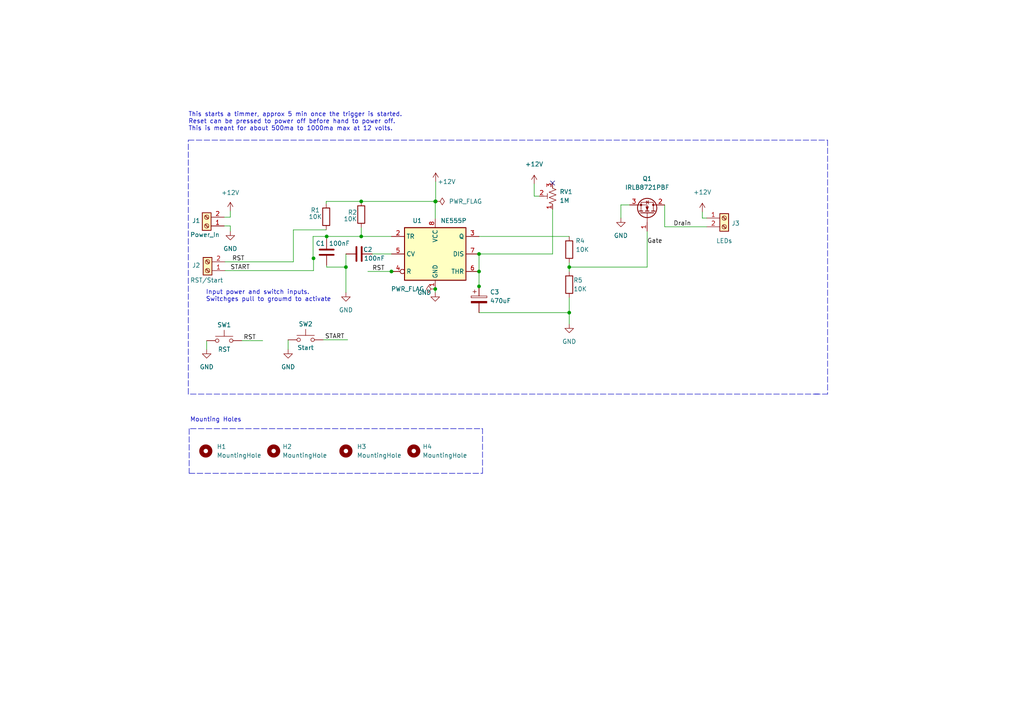
<source format=kicad_sch>
(kicad_sch (version 20211123) (generator eeschema)

  (uuid 0b4ab432-1a40-47f4-8797-61e0e10ef181)

  (paper "A4")

  (title_block
    (title "12 Volt LED light timer")
    (date "2022-12-09")
    (rev "V1.2")
    (company "McKee INC.")
  )

  (lib_symbols
    (symbol "Connector:Screw_Terminal_01x02" (pin_names (offset 1.016) hide) (in_bom yes) (on_board yes)
      (property "Reference" "J" (id 0) (at 0 2.54 0)
        (effects (font (size 1.27 1.27)))
      )
      (property "Value" "Screw_Terminal_01x02" (id 1) (at 0 -5.08 0)
        (effects (font (size 1.27 1.27)))
      )
      (property "Footprint" "" (id 2) (at 0 0 0)
        (effects (font (size 1.27 1.27)) hide)
      )
      (property "Datasheet" "~" (id 3) (at 0 0 0)
        (effects (font (size 1.27 1.27)) hide)
      )
      (property "ki_keywords" "screw terminal" (id 4) (at 0 0 0)
        (effects (font (size 1.27 1.27)) hide)
      )
      (property "ki_description" "Generic screw terminal, single row, 01x02, script generated (kicad-library-utils/schlib/autogen/connector/)" (id 5) (at 0 0 0)
        (effects (font (size 1.27 1.27)) hide)
      )
      (property "ki_fp_filters" "TerminalBlock*:*" (id 6) (at 0 0 0)
        (effects (font (size 1.27 1.27)) hide)
      )
      (symbol "Screw_Terminal_01x02_1_1"
        (rectangle (start -1.27 1.27) (end 1.27 -3.81)
          (stroke (width 0.254) (type default) (color 0 0 0 0))
          (fill (type background))
        )
        (circle (center 0 -2.54) (radius 0.635)
          (stroke (width 0.1524) (type default) (color 0 0 0 0))
          (fill (type none))
        )
        (polyline
          (pts
            (xy -0.5334 -2.2098)
            (xy 0.3302 -3.048)
          )
          (stroke (width 0.1524) (type default) (color 0 0 0 0))
          (fill (type none))
        )
        (polyline
          (pts
            (xy -0.5334 0.3302)
            (xy 0.3302 -0.508)
          )
          (stroke (width 0.1524) (type default) (color 0 0 0 0))
          (fill (type none))
        )
        (polyline
          (pts
            (xy -0.3556 -2.032)
            (xy 0.508 -2.8702)
          )
          (stroke (width 0.1524) (type default) (color 0 0 0 0))
          (fill (type none))
        )
        (polyline
          (pts
            (xy -0.3556 0.508)
            (xy 0.508 -0.3302)
          )
          (stroke (width 0.1524) (type default) (color 0 0 0 0))
          (fill (type none))
        )
        (circle (center 0 0) (radius 0.635)
          (stroke (width 0.1524) (type default) (color 0 0 0 0))
          (fill (type none))
        )
        (pin passive line (at -5.08 0 0) (length 3.81)
          (name "Pin_1" (effects (font (size 1.27 1.27))))
          (number "1" (effects (font (size 1.27 1.27))))
        )
        (pin passive line (at -5.08 -2.54 0) (length 3.81)
          (name "Pin_2" (effects (font (size 1.27 1.27))))
          (number "2" (effects (font (size 1.27 1.27))))
        )
      )
    )
    (symbol "Device:C" (pin_numbers hide) (pin_names (offset 0.254)) (in_bom yes) (on_board yes)
      (property "Reference" "C" (id 0) (at 0.635 2.54 0)
        (effects (font (size 1.27 1.27)) (justify left))
      )
      (property "Value" "C" (id 1) (at 0.635 -2.54 0)
        (effects (font (size 1.27 1.27)) (justify left))
      )
      (property "Footprint" "" (id 2) (at 0.9652 -3.81 0)
        (effects (font (size 1.27 1.27)) hide)
      )
      (property "Datasheet" "~" (id 3) (at 0 0 0)
        (effects (font (size 1.27 1.27)) hide)
      )
      (property "ki_keywords" "cap capacitor" (id 4) (at 0 0 0)
        (effects (font (size 1.27 1.27)) hide)
      )
      (property "ki_description" "Unpolarized capacitor" (id 5) (at 0 0 0)
        (effects (font (size 1.27 1.27)) hide)
      )
      (property "ki_fp_filters" "C_*" (id 6) (at 0 0 0)
        (effects (font (size 1.27 1.27)) hide)
      )
      (symbol "C_0_1"
        (polyline
          (pts
            (xy -2.032 -0.762)
            (xy 2.032 -0.762)
          )
          (stroke (width 0.508) (type default) (color 0 0 0 0))
          (fill (type none))
        )
        (polyline
          (pts
            (xy -2.032 0.762)
            (xy 2.032 0.762)
          )
          (stroke (width 0.508) (type default) (color 0 0 0 0))
          (fill (type none))
        )
      )
      (symbol "C_1_1"
        (pin passive line (at 0 3.81 270) (length 2.794)
          (name "~" (effects (font (size 1.27 1.27))))
          (number "1" (effects (font (size 1.27 1.27))))
        )
        (pin passive line (at 0 -3.81 90) (length 2.794)
          (name "~" (effects (font (size 1.27 1.27))))
          (number "2" (effects (font (size 1.27 1.27))))
        )
      )
    )
    (symbol "Device:C_Polarized" (pin_numbers hide) (pin_names (offset 0.254)) (in_bom yes) (on_board yes)
      (property "Reference" "C" (id 0) (at 0.635 2.54 0)
        (effects (font (size 1.27 1.27)) (justify left))
      )
      (property "Value" "C_Polarized" (id 1) (at 0.635 -2.54 0)
        (effects (font (size 1.27 1.27)) (justify left))
      )
      (property "Footprint" "" (id 2) (at 0.9652 -3.81 0)
        (effects (font (size 1.27 1.27)) hide)
      )
      (property "Datasheet" "~" (id 3) (at 0 0 0)
        (effects (font (size 1.27 1.27)) hide)
      )
      (property "ki_keywords" "cap capacitor" (id 4) (at 0 0 0)
        (effects (font (size 1.27 1.27)) hide)
      )
      (property "ki_description" "Polarized capacitor" (id 5) (at 0 0 0)
        (effects (font (size 1.27 1.27)) hide)
      )
      (property "ki_fp_filters" "CP_*" (id 6) (at 0 0 0)
        (effects (font (size 1.27 1.27)) hide)
      )
      (symbol "C_Polarized_0_1"
        (rectangle (start -2.286 0.508) (end 2.286 1.016)
          (stroke (width 0) (type default) (color 0 0 0 0))
          (fill (type none))
        )
        (polyline
          (pts
            (xy -1.778 2.286)
            (xy -0.762 2.286)
          )
          (stroke (width 0) (type default) (color 0 0 0 0))
          (fill (type none))
        )
        (polyline
          (pts
            (xy -1.27 2.794)
            (xy -1.27 1.778)
          )
          (stroke (width 0) (type default) (color 0 0 0 0))
          (fill (type none))
        )
        (rectangle (start 2.286 -0.508) (end -2.286 -1.016)
          (stroke (width 0) (type default) (color 0 0 0 0))
          (fill (type outline))
        )
      )
      (symbol "C_Polarized_1_1"
        (pin passive line (at 0 3.81 270) (length 2.794)
          (name "~" (effects (font (size 1.27 1.27))))
          (number "1" (effects (font (size 1.27 1.27))))
        )
        (pin passive line (at 0 -3.81 90) (length 2.794)
          (name "~" (effects (font (size 1.27 1.27))))
          (number "2" (effects (font (size 1.27 1.27))))
        )
      )
    )
    (symbol "Device:R" (pin_numbers hide) (pin_names (offset 0)) (in_bom yes) (on_board yes)
      (property "Reference" "R" (id 0) (at 2.032 0 90)
        (effects (font (size 1.27 1.27)))
      )
      (property "Value" "R" (id 1) (at 0 0 90)
        (effects (font (size 1.27 1.27)))
      )
      (property "Footprint" "" (id 2) (at -1.778 0 90)
        (effects (font (size 1.27 1.27)) hide)
      )
      (property "Datasheet" "~" (id 3) (at 0 0 0)
        (effects (font (size 1.27 1.27)) hide)
      )
      (property "ki_keywords" "R res resistor" (id 4) (at 0 0 0)
        (effects (font (size 1.27 1.27)) hide)
      )
      (property "ki_description" "Resistor" (id 5) (at 0 0 0)
        (effects (font (size 1.27 1.27)) hide)
      )
      (property "ki_fp_filters" "R_*" (id 6) (at 0 0 0)
        (effects (font (size 1.27 1.27)) hide)
      )
      (symbol "R_0_1"
        (rectangle (start -1.016 -2.54) (end 1.016 2.54)
          (stroke (width 0.254) (type default) (color 0 0 0 0))
          (fill (type none))
        )
      )
      (symbol "R_1_1"
        (pin passive line (at 0 3.81 270) (length 1.27)
          (name "~" (effects (font (size 1.27 1.27))))
          (number "1" (effects (font (size 1.27 1.27))))
        )
        (pin passive line (at 0 -3.81 90) (length 1.27)
          (name "~" (effects (font (size 1.27 1.27))))
          (number "2" (effects (font (size 1.27 1.27))))
        )
      )
    )
    (symbol "Device:R_Potentiometer_Trim_US" (pin_names (offset 1.016) hide) (in_bom yes) (on_board yes)
      (property "Reference" "RV" (id 0) (at -4.445 0 90)
        (effects (font (size 1.27 1.27)))
      )
      (property "Value" "R_Potentiometer_Trim_US" (id 1) (at -2.54 0 90)
        (effects (font (size 1.27 1.27)))
      )
      (property "Footprint" "" (id 2) (at 0 0 0)
        (effects (font (size 1.27 1.27)) hide)
      )
      (property "Datasheet" "~" (id 3) (at 0 0 0)
        (effects (font (size 1.27 1.27)) hide)
      )
      (property "ki_keywords" "resistor variable trimpot trimmer" (id 4) (at 0 0 0)
        (effects (font (size 1.27 1.27)) hide)
      )
      (property "ki_description" "Trim-potentiometer, US symbol" (id 5) (at 0 0 0)
        (effects (font (size 1.27 1.27)) hide)
      )
      (property "ki_fp_filters" "Potentiometer*" (id 6) (at 0 0 0)
        (effects (font (size 1.27 1.27)) hide)
      )
      (symbol "R_Potentiometer_Trim_US_0_1"
        (polyline
          (pts
            (xy 0 -2.286)
            (xy 0 -2.54)
          )
          (stroke (width 0) (type default) (color 0 0 0 0))
          (fill (type none))
        )
        (polyline
          (pts
            (xy 0 2.286)
            (xy 0 2.54)
          )
          (stroke (width 0) (type default) (color 0 0 0 0))
          (fill (type none))
        )
        (polyline
          (pts
            (xy 1.524 0.762)
            (xy 1.524 -0.762)
          )
          (stroke (width 0) (type default) (color 0 0 0 0))
          (fill (type none))
        )
        (polyline
          (pts
            (xy 2.54 0)
            (xy 1.524 0)
          )
          (stroke (width 0) (type default) (color 0 0 0 0))
          (fill (type none))
        )
        (polyline
          (pts
            (xy 0 -0.762)
            (xy 1.016 -1.143)
            (xy 0 -1.524)
            (xy -1.016 -1.905)
            (xy 0 -2.286)
          )
          (stroke (width 0) (type default) (color 0 0 0 0))
          (fill (type none))
        )
        (polyline
          (pts
            (xy 0 0.762)
            (xy 1.016 0.381)
            (xy 0 0)
            (xy -1.016 -0.381)
            (xy 0 -0.762)
          )
          (stroke (width 0) (type default) (color 0 0 0 0))
          (fill (type none))
        )
        (polyline
          (pts
            (xy 0 2.286)
            (xy 1.016 1.905)
            (xy 0 1.524)
            (xy -1.016 1.143)
            (xy 0 0.762)
          )
          (stroke (width 0) (type default) (color 0 0 0 0))
          (fill (type none))
        )
      )
      (symbol "R_Potentiometer_Trim_US_1_1"
        (pin passive line (at 0 3.81 270) (length 1.27)
          (name "1" (effects (font (size 1.27 1.27))))
          (number "1" (effects (font (size 1.27 1.27))))
        )
        (pin passive line (at 3.81 0 180) (length 1.27)
          (name "2" (effects (font (size 1.27 1.27))))
          (number "2" (effects (font (size 1.27 1.27))))
        )
        (pin passive line (at 0 -3.81 90) (length 1.27)
          (name "3" (effects (font (size 1.27 1.27))))
          (number "3" (effects (font (size 1.27 1.27))))
        )
      )
    )
    (symbol "Mechanical:MountingHole" (pin_names (offset 1.016)) (in_bom yes) (on_board yes)
      (property "Reference" "H" (id 0) (at 0 5.08 0)
        (effects (font (size 1.27 1.27)))
      )
      (property "Value" "MountingHole" (id 1) (at 0 3.175 0)
        (effects (font (size 1.27 1.27)))
      )
      (property "Footprint" "" (id 2) (at 0 0 0)
        (effects (font (size 1.27 1.27)) hide)
      )
      (property "Datasheet" "~" (id 3) (at 0 0 0)
        (effects (font (size 1.27 1.27)) hide)
      )
      (property "ki_keywords" "mounting hole" (id 4) (at 0 0 0)
        (effects (font (size 1.27 1.27)) hide)
      )
      (property "ki_description" "Mounting Hole without connection" (id 5) (at 0 0 0)
        (effects (font (size 1.27 1.27)) hide)
      )
      (property "ki_fp_filters" "MountingHole*" (id 6) (at 0 0 0)
        (effects (font (size 1.27 1.27)) hide)
      )
      (symbol "MountingHole_0_1"
        (circle (center 0 0) (radius 1.27)
          (stroke (width 1.27) (type default) (color 0 0 0 0))
          (fill (type none))
        )
      )
    )
    (symbol "Switch:SW_Push" (pin_numbers hide) (pin_names (offset 1.016) hide) (in_bom yes) (on_board yes)
      (property "Reference" "SW" (id 0) (at 1.27 2.54 0)
        (effects (font (size 1.27 1.27)) (justify left))
      )
      (property "Value" "SW_Push" (id 1) (at 0 -1.524 0)
        (effects (font (size 1.27 1.27)))
      )
      (property "Footprint" "" (id 2) (at 0 5.08 0)
        (effects (font (size 1.27 1.27)) hide)
      )
      (property "Datasheet" "~" (id 3) (at 0 5.08 0)
        (effects (font (size 1.27 1.27)) hide)
      )
      (property "ki_keywords" "switch normally-open pushbutton push-button" (id 4) (at 0 0 0)
        (effects (font (size 1.27 1.27)) hide)
      )
      (property "ki_description" "Push button switch, generic, two pins" (id 5) (at 0 0 0)
        (effects (font (size 1.27 1.27)) hide)
      )
      (symbol "SW_Push_0_1"
        (circle (center -2.032 0) (radius 0.508)
          (stroke (width 0) (type default) (color 0 0 0 0))
          (fill (type none))
        )
        (polyline
          (pts
            (xy 0 1.27)
            (xy 0 3.048)
          )
          (stroke (width 0) (type default) (color 0 0 0 0))
          (fill (type none))
        )
        (polyline
          (pts
            (xy 2.54 1.27)
            (xy -2.54 1.27)
          )
          (stroke (width 0) (type default) (color 0 0 0 0))
          (fill (type none))
        )
        (circle (center 2.032 0) (radius 0.508)
          (stroke (width 0) (type default) (color 0 0 0 0))
          (fill (type none))
        )
        (pin passive line (at -5.08 0 0) (length 2.54)
          (name "1" (effects (font (size 1.27 1.27))))
          (number "1" (effects (font (size 1.27 1.27))))
        )
        (pin passive line (at 5.08 0 180) (length 2.54)
          (name "2" (effects (font (size 1.27 1.27))))
          (number "2" (effects (font (size 1.27 1.27))))
        )
      )
    )
    (symbol "Timer:NE555P" (in_bom yes) (on_board yes)
      (property "Reference" "U" (id 0) (at -10.16 8.89 0)
        (effects (font (size 1.27 1.27)) (justify left))
      )
      (property "Value" "NE555P" (id 1) (at 2.54 8.89 0)
        (effects (font (size 1.27 1.27)) (justify left))
      )
      (property "Footprint" "Package_DIP:DIP-8_W7.62mm" (id 2) (at 16.51 -10.16 0)
        (effects (font (size 1.27 1.27)) hide)
      )
      (property "Datasheet" "http://www.ti.com/lit/ds/symlink/ne555.pdf" (id 3) (at 21.59 -10.16 0)
        (effects (font (size 1.27 1.27)) hide)
      )
      (property "ki_keywords" "single timer 555" (id 4) (at 0 0 0)
        (effects (font (size 1.27 1.27)) hide)
      )
      (property "ki_description" "Precision Timers, 555 compatible,  PDIP-8" (id 5) (at 0 0 0)
        (effects (font (size 1.27 1.27)) hide)
      )
      (property "ki_fp_filters" "DIP*W7.62mm*" (id 6) (at 0 0 0)
        (effects (font (size 1.27 1.27)) hide)
      )
      (symbol "NE555P_0_0"
        (pin power_in line (at 0 -10.16 90) (length 2.54)
          (name "GND" (effects (font (size 1.27 1.27))))
          (number "1" (effects (font (size 1.27 1.27))))
        )
        (pin power_in line (at 0 10.16 270) (length 2.54)
          (name "VCC" (effects (font (size 1.27 1.27))))
          (number "8" (effects (font (size 1.27 1.27))))
        )
      )
      (symbol "NE555P_0_1"
        (rectangle (start -8.89 -7.62) (end 8.89 7.62)
          (stroke (width 0.254) (type default) (color 0 0 0 0))
          (fill (type background))
        )
        (rectangle (start -8.89 -7.62) (end 8.89 7.62)
          (stroke (width 0.254) (type default) (color 0 0 0 0))
          (fill (type background))
        )
      )
      (symbol "NE555P_1_1"
        (pin input line (at -12.7 5.08 0) (length 3.81)
          (name "TR" (effects (font (size 1.27 1.27))))
          (number "2" (effects (font (size 1.27 1.27))))
        )
        (pin output line (at 12.7 5.08 180) (length 3.81)
          (name "Q" (effects (font (size 1.27 1.27))))
          (number "3" (effects (font (size 1.27 1.27))))
        )
        (pin input inverted (at -12.7 -5.08 0) (length 3.81)
          (name "R" (effects (font (size 1.27 1.27))))
          (number "4" (effects (font (size 1.27 1.27))))
        )
        (pin input line (at -12.7 0 0) (length 3.81)
          (name "CV" (effects (font (size 1.27 1.27))))
          (number "5" (effects (font (size 1.27 1.27))))
        )
        (pin input line (at 12.7 -5.08 180) (length 3.81)
          (name "THR" (effects (font (size 1.27 1.27))))
          (number "6" (effects (font (size 1.27 1.27))))
        )
        (pin input line (at 12.7 0 180) (length 3.81)
          (name "DIS" (effects (font (size 1.27 1.27))))
          (number "7" (effects (font (size 1.27 1.27))))
        )
      )
    )
    (symbol "Transistor_FET:IRLB8721PBF" (pin_names hide) (in_bom yes) (on_board yes)
      (property "Reference" "Q" (id 0) (at 6.35 1.905 0)
        (effects (font (size 1.27 1.27)) (justify left))
      )
      (property "Value" "IRLB8721PBF" (id 1) (at 6.35 0 0)
        (effects (font (size 1.27 1.27)) (justify left))
      )
      (property "Footprint" "Package_TO_SOT_THT:TO-220-3_Vertical" (id 2) (at 6.35 -1.905 0)
        (effects (font (size 1.27 1.27) italic) (justify left) hide)
      )
      (property "Datasheet" "http://www.infineon.com/dgdl/irlb8721pbf.pdf?fileId=5546d462533600a40153566056732591" (id 3) (at 0 0 0)
        (effects (font (size 1.27 1.27)) (justify left) hide)
      )
      (property "ki_keywords" "N-Channel HEXFET MOSFET Logic-Level" (id 4) (at 0 0 0)
        (effects (font (size 1.27 1.27)) hide)
      )
      (property "ki_description" "62A Id, 30V Vds, 8.7 mOhm Rds, N-Channel HEXFET Power MOSFET, TO-220" (id 5) (at 0 0 0)
        (effects (font (size 1.27 1.27)) hide)
      )
      (property "ki_fp_filters" "TO?220*" (id 6) (at 0 0 0)
        (effects (font (size 1.27 1.27)) hide)
      )
      (symbol "IRLB8721PBF_0_1"
        (polyline
          (pts
            (xy 0.254 0)
            (xy -2.54 0)
          )
          (stroke (width 0) (type default) (color 0 0 0 0))
          (fill (type none))
        )
        (polyline
          (pts
            (xy 0.254 1.905)
            (xy 0.254 -1.905)
          )
          (stroke (width 0.254) (type default) (color 0 0 0 0))
          (fill (type none))
        )
        (polyline
          (pts
            (xy 0.762 -1.27)
            (xy 0.762 -2.286)
          )
          (stroke (width 0.254) (type default) (color 0 0 0 0))
          (fill (type none))
        )
        (polyline
          (pts
            (xy 0.762 0.508)
            (xy 0.762 -0.508)
          )
          (stroke (width 0.254) (type default) (color 0 0 0 0))
          (fill (type none))
        )
        (polyline
          (pts
            (xy 0.762 2.286)
            (xy 0.762 1.27)
          )
          (stroke (width 0.254) (type default) (color 0 0 0 0))
          (fill (type none))
        )
        (polyline
          (pts
            (xy 2.54 2.54)
            (xy 2.54 1.778)
          )
          (stroke (width 0) (type default) (color 0 0 0 0))
          (fill (type none))
        )
        (polyline
          (pts
            (xy 2.54 -2.54)
            (xy 2.54 0)
            (xy 0.762 0)
          )
          (stroke (width 0) (type default) (color 0 0 0 0))
          (fill (type none))
        )
        (polyline
          (pts
            (xy 0.762 -1.778)
            (xy 3.302 -1.778)
            (xy 3.302 1.778)
            (xy 0.762 1.778)
          )
          (stroke (width 0) (type default) (color 0 0 0 0))
          (fill (type none))
        )
        (polyline
          (pts
            (xy 1.016 0)
            (xy 2.032 0.381)
            (xy 2.032 -0.381)
            (xy 1.016 0)
          )
          (stroke (width 0) (type default) (color 0 0 0 0))
          (fill (type outline))
        )
        (polyline
          (pts
            (xy 2.794 0.508)
            (xy 2.921 0.381)
            (xy 3.683 0.381)
            (xy 3.81 0.254)
          )
          (stroke (width 0) (type default) (color 0 0 0 0))
          (fill (type none))
        )
        (polyline
          (pts
            (xy 3.302 0.381)
            (xy 2.921 -0.254)
            (xy 3.683 -0.254)
            (xy 3.302 0.381)
          )
          (stroke (width 0) (type default) (color 0 0 0 0))
          (fill (type none))
        )
        (circle (center 1.651 0) (radius 2.794)
          (stroke (width 0.254) (type default) (color 0 0 0 0))
          (fill (type none))
        )
        (circle (center 2.54 -1.778) (radius 0.254)
          (stroke (width 0) (type default) (color 0 0 0 0))
          (fill (type outline))
        )
        (circle (center 2.54 1.778) (radius 0.254)
          (stroke (width 0) (type default) (color 0 0 0 0))
          (fill (type outline))
        )
      )
      (symbol "IRLB8721PBF_1_1"
        (pin input line (at -5.08 0 0) (length 2.54)
          (name "G" (effects (font (size 1.27 1.27))))
          (number "1" (effects (font (size 1.27 1.27))))
        )
        (pin passive line (at 2.54 5.08 270) (length 2.54)
          (name "D" (effects (font (size 1.27 1.27))))
          (number "2" (effects (font (size 1.27 1.27))))
        )
        (pin passive line (at 2.54 -5.08 90) (length 2.54)
          (name "S" (effects (font (size 1.27 1.27))))
          (number "3" (effects (font (size 1.27 1.27))))
        )
      )
    )
    (symbol "power:+12V" (power) (pin_names (offset 0)) (in_bom yes) (on_board yes)
      (property "Reference" "#PWR" (id 0) (at 0 -3.81 0)
        (effects (font (size 1.27 1.27)) hide)
      )
      (property "Value" "+12V" (id 1) (at 0 3.556 0)
        (effects (font (size 1.27 1.27)))
      )
      (property "Footprint" "" (id 2) (at 0 0 0)
        (effects (font (size 1.27 1.27)) hide)
      )
      (property "Datasheet" "" (id 3) (at 0 0 0)
        (effects (font (size 1.27 1.27)) hide)
      )
      (property "ki_keywords" "power-flag" (id 4) (at 0 0 0)
        (effects (font (size 1.27 1.27)) hide)
      )
      (property "ki_description" "Power symbol creates a global label with name \"+12V\"" (id 5) (at 0 0 0)
        (effects (font (size 1.27 1.27)) hide)
      )
      (symbol "+12V_0_1"
        (polyline
          (pts
            (xy -0.762 1.27)
            (xy 0 2.54)
          )
          (stroke (width 0) (type default) (color 0 0 0 0))
          (fill (type none))
        )
        (polyline
          (pts
            (xy 0 0)
            (xy 0 2.54)
          )
          (stroke (width 0) (type default) (color 0 0 0 0))
          (fill (type none))
        )
        (polyline
          (pts
            (xy 0 2.54)
            (xy 0.762 1.27)
          )
          (stroke (width 0) (type default) (color 0 0 0 0))
          (fill (type none))
        )
      )
      (symbol "+12V_1_1"
        (pin power_in line (at 0 0 90) (length 0) hide
          (name "+12V" (effects (font (size 1.27 1.27))))
          (number "1" (effects (font (size 1.27 1.27))))
        )
      )
    )
    (symbol "power:GND" (power) (pin_names (offset 0)) (in_bom yes) (on_board yes)
      (property "Reference" "#PWR" (id 0) (at 0 -6.35 0)
        (effects (font (size 1.27 1.27)) hide)
      )
      (property "Value" "GND" (id 1) (at 0 -3.81 0)
        (effects (font (size 1.27 1.27)))
      )
      (property "Footprint" "" (id 2) (at 0 0 0)
        (effects (font (size 1.27 1.27)) hide)
      )
      (property "Datasheet" "" (id 3) (at 0 0 0)
        (effects (font (size 1.27 1.27)) hide)
      )
      (property "ki_keywords" "power-flag" (id 4) (at 0 0 0)
        (effects (font (size 1.27 1.27)) hide)
      )
      (property "ki_description" "Power symbol creates a global label with name \"GND\" , ground" (id 5) (at 0 0 0)
        (effects (font (size 1.27 1.27)) hide)
      )
      (symbol "GND_0_1"
        (polyline
          (pts
            (xy 0 0)
            (xy 0 -1.27)
            (xy 1.27 -1.27)
            (xy 0 -2.54)
            (xy -1.27 -1.27)
            (xy 0 -1.27)
          )
          (stroke (width 0) (type default) (color 0 0 0 0))
          (fill (type none))
        )
      )
      (symbol "GND_1_1"
        (pin power_in line (at 0 0 270) (length 0) hide
          (name "GND" (effects (font (size 1.27 1.27))))
          (number "1" (effects (font (size 1.27 1.27))))
        )
      )
    )
    (symbol "power:PWR_FLAG" (power) (pin_numbers hide) (pin_names (offset 0) hide) (in_bom yes) (on_board yes)
      (property "Reference" "#FLG" (id 0) (at 0 1.905 0)
        (effects (font (size 1.27 1.27)) hide)
      )
      (property "Value" "PWR_FLAG" (id 1) (at 0 3.81 0)
        (effects (font (size 1.27 1.27)))
      )
      (property "Footprint" "" (id 2) (at 0 0 0)
        (effects (font (size 1.27 1.27)) hide)
      )
      (property "Datasheet" "~" (id 3) (at 0 0 0)
        (effects (font (size 1.27 1.27)) hide)
      )
      (property "ki_keywords" "power-flag" (id 4) (at 0 0 0)
        (effects (font (size 1.27 1.27)) hide)
      )
      (property "ki_description" "Special symbol for telling ERC where power comes from" (id 5) (at 0 0 0)
        (effects (font (size 1.27 1.27)) hide)
      )
      (symbol "PWR_FLAG_0_0"
        (pin power_out line (at 0 0 90) (length 0)
          (name "pwr" (effects (font (size 1.27 1.27))))
          (number "1" (effects (font (size 1.27 1.27))))
        )
      )
      (symbol "PWR_FLAG_0_1"
        (polyline
          (pts
            (xy 0 0)
            (xy 0 1.27)
            (xy -1.016 1.905)
            (xy 0 2.54)
            (xy 1.016 1.905)
            (xy 0 1.27)
          )
          (stroke (width 0) (type default) (color 0 0 0 0))
          (fill (type none))
        )
      )
    )
  )

  (junction (at 165.1 77.47) (diameter 0) (color 0 0 0 0)
    (uuid 02f2a455-1ec5-413e-8d88-2987b3c7c151)
  )
  (junction (at 138.938 83.058) (diameter 0) (color 0 0 0 0)
    (uuid 0922ff73-e702-4f60-bb0d-872d2a70ac6d)
  )
  (junction (at 138.938 78.74) (diameter 0) (color 0 0 0 0)
    (uuid 0b71a22a-36a1-4799-9c3c-96ff6b556788)
  )
  (junction (at 165.1 90.678) (diameter 0) (color 0 0 0 0)
    (uuid 15fd0003-c41a-4898-898c-45db7edec468)
  )
  (junction (at 113.538 78.74) (diameter 0) (color 0 0 0 0)
    (uuid 27d00999-7d0f-47a5-9c86-d371cefb100b)
  )
  (junction (at 126.238 83.82) (diameter 0) (color 0 0 0 0)
    (uuid 39da797e-125d-4964-9542-bc56210e0239)
  )
  (junction (at 138.938 73.66) (diameter 0) (color 0 0 0 0)
    (uuid 3c30ae2f-46d1-40bc-b96f-355d9b943c38)
  )
  (junction (at 90.932 74.93) (diameter 0) (color 0 0 0 0)
    (uuid 67dea113-c4d6-4866-9a56-6616affa8710)
  )
  (junction (at 94.742 68.58) (diameter 0) (color 0 0 0 0)
    (uuid 704f590d-382b-4506-8f31-6437d2518eec)
  )
  (junction (at 126.365 58.42) (diameter 0) (color 0 0 0 0)
    (uuid 9b0be55d-af73-4b52-a872-950835b9b2f1)
  )
  (junction (at 104.775 68.58) (diameter 0) (color 0 0 0 0)
    (uuid a4eb125b-a545-4cbd-9385-fefd13dfecbf)
  )
  (junction (at 126.238 58.42) (diameter 0) (color 0 0 0 0)
    (uuid ce52011d-2baa-4bc6-b762-f5c8ff027694)
  )
  (junction (at 100.33 77.47) (diameter 0) (color 0 0 0 0)
    (uuid d7efbd6b-07d2-461c-8556-3942af4e4a86)
  )
  (junction (at 104.775 58.42) (diameter 0) (color 0 0 0 0)
    (uuid d90e6d57-3b47-4804-a252-7f784ea8e5af)
  )

  (no_connect (at 160.274 53.086) (uuid ef7616d5-6ba1-4b8b-8cbc-622ab304ebc4))

  (wire (pts (xy 165.1 76.2) (xy 165.1 77.47))
    (stroke (width 0) (type default) (color 0 0 0 0))
    (uuid 031b9c25-54a8-44ce-8d4d-d43ed2a996c5)
  )
  (wire (pts (xy 154.94 53.34) (xy 154.94 56.896))
    (stroke (width 0) (type default) (color 0 0 0 0))
    (uuid 09f1ce30-4395-40b4-bcb6-c89f2313996b)
  )
  (wire (pts (xy 85.09 66.675) (xy 85.09 75.946))
    (stroke (width 0) (type default) (color 0 0 0 0))
    (uuid 0a06f946-1d3d-4be8-8ffb-75467e4b065c)
  )
  (polyline (pts (xy 240.03 40.64) (xy 240.03 114.3))
    (stroke (width 0) (type default) (color 0 0 0 0))
    (uuid 0aef0674-27fd-4704-8759-a4d2cab20d70)
  )

  (wire (pts (xy 182.626 59.436) (xy 180.086 59.436))
    (stroke (width 0) (type default) (color 0 0 0 0))
    (uuid 0bf9df64-ac30-4d0b-bba9-88760067db70)
  )
  (wire (pts (xy 90.932 74.93) (xy 90.932 78.486))
    (stroke (width 0) (type default) (color 0 0 0 0))
    (uuid 10936b0f-0c2f-481d-b543-6daf45383c87)
  )
  (wire (pts (xy 203.708 61.468) (xy 203.708 63.246))
    (stroke (width 0) (type default) (color 0 0 0 0))
    (uuid 11debac9-3735-4cff-bfe5-cb0deb542dd2)
  )
  (wire (pts (xy 94.742 77.47) (xy 100.33 77.47))
    (stroke (width 0) (type default) (color 0 0 0 0))
    (uuid 18d39b04-419e-4734-ba46-f935d9944e00)
  )
  (wire (pts (xy 90.805 68.58) (xy 94.742 68.58))
    (stroke (width 0) (type default) (color 0 0 0 0))
    (uuid 1d51cd76-798b-47c3-b825-06cdebcbd142)
  )
  (wire (pts (xy 94.742 76.962) (xy 94.742 77.47))
    (stroke (width 0) (type default) (color 0 0 0 0))
    (uuid 1e7f467c-ff2f-43d5-9411-37f1b5c80aeb)
  )
  (wire (pts (xy 154.94 56.896) (xy 156.464 56.896))
    (stroke (width 0) (type default) (color 0 0 0 0))
    (uuid 1ff71cc4-c4d9-47e2-b0ec-4e312664672e)
  )
  (wire (pts (xy 165.1 90.678) (xy 165.1 93.98))
    (stroke (width 0) (type default) (color 0 0 0 0))
    (uuid 205fc4a2-7d9f-4dbc-b445-efd2c1bdbcfa)
  )
  (wire (pts (xy 160.274 73.66) (xy 138.938 73.66))
    (stroke (width 0) (type default) (color 0 0 0 0))
    (uuid 26b0506b-86b0-41c9-874e-cbe3b8a4f754)
  )
  (wire (pts (xy 90.805 68.58) (xy 90.805 74.93))
    (stroke (width 0) (type default) (color 0 0 0 0))
    (uuid 2983fc19-ca1d-40b9-a513-fb3103a29162)
  )
  (wire (pts (xy 66.802 62.992) (xy 66.802 61.214))
    (stroke (width 0) (type default) (color 0 0 0 0))
    (uuid 2c2c17d9-7db6-4bfa-be43-d23f704ee61d)
  )
  (polyline (pts (xy 54.864 124.333) (xy 54.864 137.287))
    (stroke (width 0) (type default) (color 0 0 0 0))
    (uuid 30ac0543-8b77-4165-8222-0c6845f1f466)
  )

  (wire (pts (xy 100.33 77.47) (xy 100.33 84.836))
    (stroke (width 0) (type default) (color 0 0 0 0))
    (uuid 3ff05eda-38a3-4873-95a2-74d0ace4a8f2)
  )
  (wire (pts (xy 126.238 58.42) (xy 126.365 58.42))
    (stroke (width 0) (type default) (color 0 0 0 0))
    (uuid 434c3931-1598-4ad9-98c5-75cbd8498554)
  )
  (wire (pts (xy 93.726 98.552) (xy 100.838 98.552))
    (stroke (width 0) (type default) (color 0 0 0 0))
    (uuid 438aee1a-0c70-499c-8fe9-6ef0f91ffd6b)
  )
  (polyline (pts (xy 237.49 114.3) (xy 54.61 114.3))
    (stroke (width 0) (type default) (color 0 0 0 0))
    (uuid 4c6c1e7b-2bc8-4d87-9416-cafc4bd0757e)
  )

  (wire (pts (xy 66.802 65.532) (xy 66.802 67.056))
    (stroke (width 0) (type default) (color 0 0 0 0))
    (uuid 4d6b49ac-5ad4-4878-b4a0-3eff4500f6a2)
  )
  (wire (pts (xy 138.938 83.058) (xy 138.938 83.312))
    (stroke (width 0) (type default) (color 0 0 0 0))
    (uuid 4e2f0de6-7c4f-444b-a98b-6c2b8cdb0266)
  )
  (wire (pts (xy 138.938 78.74) (xy 138.938 83.058))
    (stroke (width 0) (type default) (color 0 0 0 0))
    (uuid 4e6b6c40-40ca-4268-92e8-f12977e1cc66)
  )
  (wire (pts (xy 187.706 67.056) (xy 187.706 77.47))
    (stroke (width 0) (type default) (color 0 0 0 0))
    (uuid 56d8489b-3176-498a-a400-29a542289eb2)
  )
  (polyline (pts (xy 54.864 137.287) (xy 139.954 137.287))
    (stroke (width 0) (type default) (color 0 0 0 0))
    (uuid 57d8ff9a-4be4-4649-9e2a-c05530c5e29e)
  )
  (polyline (pts (xy 139.7 124.333) (xy 139.954 124.333))
    (stroke (width 0) (type default) (color 0 0 0 0))
    (uuid 58c1bd99-3c8a-4c7d-a4d6-0891709ecc2b)
  )

  (wire (pts (xy 94.615 58.42) (xy 104.775 58.42))
    (stroke (width 0) (type default) (color 0 0 0 0))
    (uuid 5dec8c41-7956-4169-8a84-35916f2c1981)
  )
  (wire (pts (xy 65.024 62.992) (xy 66.802 62.992))
    (stroke (width 0) (type default) (color 0 0 0 0))
    (uuid 5e670a62-045d-4227-abb8-c032b3c1efaa)
  )
  (polyline (pts (xy 139.192 124.333) (xy 54.864 124.333))
    (stroke (width 0) (type default) (color 0 0 0 0))
    (uuid 6dbaded9-3a24-45b3-963f-ade54d259a1f)
  )

  (wire (pts (xy 192.786 65.786) (xy 204.978 65.786))
    (stroke (width 0) (type default) (color 0 0 0 0))
    (uuid 736187e7-96ff-4381-a380-3d3941ebf622)
  )
  (wire (pts (xy 85.09 75.946) (xy 65.278 75.946))
    (stroke (width 0) (type default) (color 0 0 0 0))
    (uuid 7370c68e-f5c3-4ddf-9c7b-820006919c31)
  )
  (polyline (pts (xy 139.954 137.287) (xy 139.954 124.333))
    (stroke (width 0) (type default) (color 0 0 0 0))
    (uuid 7c4dac9a-1ff4-43b9-a1d6-91b0c0742ccb)
  )

  (wire (pts (xy 107.95 73.66) (xy 113.538 73.66))
    (stroke (width 0) (type default) (color 0 0 0 0))
    (uuid 80166e66-11c3-4948-aaae-4c7d2d041a2c)
  )
  (wire (pts (xy 70.104 98.806) (xy 76.2 98.806))
    (stroke (width 0) (type default) (color 0 0 0 0))
    (uuid 813eb230-5b5d-487c-b004-b2acb09b8719)
  )
  (wire (pts (xy 100.33 73.66) (xy 100.33 77.47))
    (stroke (width 0) (type default) (color 0 0 0 0))
    (uuid 83e0fb55-f41d-4fa6-a88c-94f7e22dcb3f)
  )
  (wire (pts (xy 126.238 58.42) (xy 126.238 63.5))
    (stroke (width 0) (type default) (color 0 0 0 0))
    (uuid 86b22cf1-5062-49b0-87e0-fd96896d95ce)
  )
  (wire (pts (xy 59.944 98.806) (xy 59.944 101.346))
    (stroke (width 0) (type default) (color 0 0 0 0))
    (uuid 89a02b35-f31f-44ee-a848-9c92d3201564)
  )
  (wire (pts (xy 165.1 86.36) (xy 165.1 90.678))
    (stroke (width 0) (type default) (color 0 0 0 0))
    (uuid 95092cf9-b5d4-4f26-b6cc-e38316213937)
  )
  (wire (pts (xy 165.1 77.47) (xy 165.1 78.74))
    (stroke (width 0) (type default) (color 0 0 0 0))
    (uuid 9bc0d849-4452-4090-9b52-6b6e1c013f3c)
  )
  (wire (pts (xy 192.786 59.436) (xy 192.786 65.786))
    (stroke (width 0) (type default) (color 0 0 0 0))
    (uuid 9d2f2a07-22b3-47d3-a798-026b4e4bf519)
  )
  (wire (pts (xy 138.938 90.678) (xy 165.1 90.678))
    (stroke (width 0) (type default) (color 0 0 0 0))
    (uuid 9e7d768f-f58b-4c5a-ace9-d510166a4624)
  )
  (wire (pts (xy 126.238 83.82) (xy 126.238 84.836))
    (stroke (width 0) (type default) (color 0 0 0 0))
    (uuid a2e2a200-b141-4d8a-86c7-3a5a4bbe72c8)
  )
  (wire (pts (xy 138.938 68.58) (xy 165.1 68.58))
    (stroke (width 0) (type default) (color 0 0 0 0))
    (uuid a308a825-61c0-4497-aec8-94100b25db80)
  )
  (wire (pts (xy 94.615 59.055) (xy 94.615 58.42))
    (stroke (width 0) (type default) (color 0 0 0 0))
    (uuid aedb9e86-c264-4670-88b4-192b305f1c63)
  )
  (wire (pts (xy 180.086 59.436) (xy 180.086 63.246))
    (stroke (width 0) (type default) (color 0 0 0 0))
    (uuid b86cc8ba-4cbb-4689-8920-20ee43c21b35)
  )
  (polyline (pts (xy 236.22 114.3) (xy 240.03 114.3))
    (stroke (width 0) (type default) (color 0 0 0 0))
    (uuid b9c839dc-a904-47b2-870c-16d04f2fcb04)
  )

  (wire (pts (xy 160.274 60.706) (xy 160.274 73.66))
    (stroke (width 0) (type default) (color 0 0 0 0))
    (uuid bac510e5-3356-45bd-b654-8537e7723f29)
  )
  (wire (pts (xy 94.615 66.675) (xy 85.09 66.675))
    (stroke (width 0) (type default) (color 0 0 0 0))
    (uuid bf3b81c5-04e9-449b-9be9-c3be1192fa57)
  )
  (wire (pts (xy 113.538 78.74) (xy 114.3 78.74))
    (stroke (width 0) (type default) (color 0 0 0 0))
    (uuid c1a8525c-e996-4706-a200-e92df212a66b)
  )
  (wire (pts (xy 65.024 65.532) (xy 66.802 65.532))
    (stroke (width 0) (type default) (color 0 0 0 0))
    (uuid c858bb74-dfba-48c3-95f1-cd86bb5ee23e)
  )
  (polyline (pts (xy 54.61 114.3) (xy 54.61 40.64))
    (stroke (width 0) (type default) (color 0 0 0 0))
    (uuid d184f25a-960a-4c16-b738-a854a3be1f24)
  )

  (wire (pts (xy 138.938 78.74) (xy 138.938 73.66))
    (stroke (width 0) (type default) (color 0 0 0 0))
    (uuid d7c28864-933e-4a15-9401-59abb6508e31)
  )
  (wire (pts (xy 104.775 66.04) (xy 104.775 68.58))
    (stroke (width 0) (type default) (color 0 0 0 0))
    (uuid d80118c6-ea76-4cd4-b457-01b4a4b0f9c5)
  )
  (wire (pts (xy 90.805 74.93) (xy 90.932 74.93))
    (stroke (width 0) (type default) (color 0 0 0 0))
    (uuid dd2fff06-7369-47df-b2cc-2b93ff5683e6)
  )
  (wire (pts (xy 203.708 63.246) (xy 204.978 63.246))
    (stroke (width 0) (type default) (color 0 0 0 0))
    (uuid e07ab901-86ea-4609-b045-53a138825f1a)
  )
  (polyline (pts (xy 54.61 40.64) (xy 240.03 40.64))
    (stroke (width 0) (type default) (color 0 0 0 0))
    (uuid e1501215-1af6-4755-8dcb-f2d88769dd9f)
  )

  (wire (pts (xy 83.566 98.552) (xy 83.566 101.346))
    (stroke (width 0) (type default) (color 0 0 0 0))
    (uuid e5e6dd84-9fe6-451f-9d9f-7a45b52c1350)
  )
  (wire (pts (xy 90.932 78.486) (xy 65.278 78.486))
    (stroke (width 0) (type default) (color 0 0 0 0))
    (uuid e7fbc507-5d1f-46b7-928e-4c2cfa7d4367)
  )
  (wire (pts (xy 104.775 68.58) (xy 113.538 68.58))
    (stroke (width 0) (type default) (color 0 0 0 0))
    (uuid ecd207ef-75e6-43ac-ba12-438c986a3e20)
  )
  (wire (pts (xy 187.706 77.47) (xy 165.1 77.47))
    (stroke (width 0) (type default) (color 0 0 0 0))
    (uuid eceb64eb-34cd-4df3-a977-9bc43f31c5be)
  )
  (wire (pts (xy 106.68 78.74) (xy 113.538 78.74))
    (stroke (width 0) (type default) (color 0 0 0 0))
    (uuid ef9de18c-9fe5-4786-ac41-8c5e49455563)
  )
  (wire (pts (xy 94.742 68.58) (xy 104.775 68.58))
    (stroke (width 0) (type default) (color 0 0 0 0))
    (uuid f6401b2c-f185-4ff6-8ed5-7247944e28d2)
  )
  (wire (pts (xy 126.365 52.705) (xy 126.365 58.42))
    (stroke (width 0) (type default) (color 0 0 0 0))
    (uuid fb797c35-b96c-4220-a487-75c858b355ee)
  )
  (wire (pts (xy 104.775 58.42) (xy 126.238 58.42))
    (stroke (width 0) (type default) (color 0 0 0 0))
    (uuid fd2b2995-91c6-4dea-acaf-f61aef7e769c)
  )
  (wire (pts (xy 94.742 68.58) (xy 94.742 69.342))
    (stroke (width 0) (type default) (color 0 0 0 0))
    (uuid ff023a0e-87da-4ae3-b2d8-fb2c07de674a)
  )

  (text "Mounting Holes" (at 55.118 122.555 0)
    (effects (font (size 1.27 1.27)) (justify left bottom))
    (uuid 3e45ea9d-1b3d-4fa1-bbfc-262ea3edd487)
  )
  (text "This starts a timmer, approx 5 min once the trigger is started.\nReset can be pressed to power off before hand to power off.\nThis is meant for about 500ma to 1000ma max at 12 volts."
    (at 54.61 38.1 0)
    (effects (font (size 1.27 1.27)) (justify left bottom))
    (uuid 4c665b2d-ff7a-4636-a524-bfbffcc07b12)
  )
  (text "Input power and switch inputs.\nSwitchges pull to groumd to activate"
    (at 59.69 87.63 0)
    (effects (font (size 1.27 1.27)) (justify left bottom))
    (uuid 4e7dd60f-2aac-4016-b5bd-cf03bd763bd9)
  )

  (label "Gate" (at 187.706 70.866 0)
    (effects (font (size 1.27 1.27)) (justify left bottom))
    (uuid 05ab8297-3418-4326-9459-e2da5e9cba39)
  )
  (label "Drain" (at 195.326 65.786 0)
    (effects (font (size 1.27 1.27)) (justify left bottom))
    (uuid 38907074-1c53-4da1-9e6e-7c1086b7c9db)
  )
  (label "RST" (at 107.95 78.74 0)
    (effects (font (size 1.27 1.27)) (justify left bottom))
    (uuid 41e53885-6f5c-43fd-a033-9b338d16d7fd)
  )
  (label "START" (at 94.234 98.552 0)
    (effects (font (size 1.27 1.27)) (justify left bottom))
    (uuid 42b1dd49-51e5-44d3-b98d-99f50907d503)
  )
  (label "RST" (at 67.31 75.946 0)
    (effects (font (size 1.27 1.27)) (justify left bottom))
    (uuid 4ade2bd6-9eb5-4a4a-8ae7-cb5049479667)
  )
  (label "START" (at 66.802 78.486 0)
    (effects (font (size 1.27 1.27)) (justify left bottom))
    (uuid 760db627-34ff-40b0-82c1-e1d3055f800d)
  )
  (label "RST" (at 70.612 98.806 0)
    (effects (font (size 1.27 1.27)) (justify left bottom))
    (uuid 79517b03-9e9a-4118-aa12-fcb69c40c6dc)
  )

  (symbol (lib_id "Switch:SW_Push") (at 88.646 98.552 0) (unit 1)
    (in_bom yes) (on_board yes)
    (uuid 05128574-569a-40c7-b2da-39a60af64666)
    (property "Reference" "SW2" (id 0) (at 88.646 93.98 0))
    (property "Value" "Start" (id 1) (at 88.646 100.838 0))
    (property "Footprint" "Button_Switch_THT:SW_PUSH_6mm" (id 2) (at 88.646 93.472 0)
      (effects (font (size 1.27 1.27)) hide)
    )
    (property "Datasheet" "~" (id 3) (at 88.646 93.472 0)
      (effects (font (size 1.27 1.27)) hide)
    )
    (pin "1" (uuid b1f509da-9062-4f0b-837b-2b3b6146582e))
    (pin "2" (uuid e0ed6ba2-6323-40da-9fe1-98c8630b9f48))
  )

  (symbol (lib_id "power:+12V") (at 203.708 61.468 0) (unit 1)
    (in_bom yes) (on_board yes) (fields_autoplaced)
    (uuid 19995f54-6a6c-4416-a18f-5a97f5f9becf)
    (property "Reference" "#PWR0108" (id 0) (at 203.708 65.278 0)
      (effects (font (size 1.27 1.27)) hide)
    )
    (property "Value" "+12V" (id 1) (at 203.708 55.753 0))
    (property "Footprint" "" (id 2) (at 203.708 61.468 0)
      (effects (font (size 1.27 1.27)) hide)
    )
    (property "Datasheet" "" (id 3) (at 203.708 61.468 0)
      (effects (font (size 1.27 1.27)) hide)
    )
    (pin "1" (uuid 05828eef-8341-46cc-ae3d-7f09fb9fec43))
  )

  (symbol (lib_id "power:GND") (at 165.1 93.98 0) (unit 1)
    (in_bom yes) (on_board yes) (fields_autoplaced)
    (uuid 19bc1723-8ca4-43c2-a746-99972336ee87)
    (property "Reference" "#PWR0107" (id 0) (at 165.1 100.33 0)
      (effects (font (size 1.27 1.27)) hide)
    )
    (property "Value" "GND" (id 1) (at 165.1 99.06 0))
    (property "Footprint" "" (id 2) (at 165.1 93.98 0)
      (effects (font (size 1.27 1.27)) hide)
    )
    (property "Datasheet" "" (id 3) (at 165.1 93.98 0)
      (effects (font (size 1.27 1.27)) hide)
    )
    (pin "1" (uuid 10ffdfbd-4b6a-48ed-b377-9303eecc5590))
  )

  (symbol (lib_id "Mechanical:MountingHole") (at 120.015 130.81 0) (unit 1)
    (in_bom yes) (on_board yes) (fields_autoplaced)
    (uuid 1ac69d5a-86ea-4277-9be9-b77e0841b4b1)
    (property "Reference" "H4" (id 0) (at 122.555 129.5399 0)
      (effects (font (size 1.27 1.27)) (justify left))
    )
    (property "Value" "MountingHole" (id 1) (at 122.555 132.0799 0)
      (effects (font (size 1.27 1.27)) (justify left))
    )
    (property "Footprint" "MountingHole:MountingHole_2.2mm_M2_DIN965_Pad_TopBottom" (id 2) (at 120.015 130.81 0)
      (effects (font (size 1.27 1.27)) hide)
    )
    (property "Datasheet" "~" (id 3) (at 120.015 130.81 0)
      (effects (font (size 1.27 1.27)) hide)
    )
  )

  (symbol (lib_id "power:+12V") (at 126.365 52.705 0) (unit 1)
    (in_bom yes) (on_board yes)
    (uuid 31b9d85a-a72f-48b7-a6a3-40a489abfde4)
    (property "Reference" "#PWR0104" (id 0) (at 126.365 56.515 0)
      (effects (font (size 1.27 1.27)) hide)
    )
    (property "Value" "+12V" (id 1) (at 129.54 52.705 0))
    (property "Footprint" "" (id 2) (at 126.365 52.705 0)
      (effects (font (size 1.27 1.27)) hide)
    )
    (property "Datasheet" "" (id 3) (at 126.365 52.705 0)
      (effects (font (size 1.27 1.27)) hide)
    )
    (pin "1" (uuid 96c67e3d-1ac6-444e-99b1-7278a86d499a))
  )

  (symbol (lib_id "power:PWR_FLAG") (at 126.238 83.82 90) (unit 1)
    (in_bom yes) (on_board yes) (fields_autoplaced)
    (uuid 331fde2c-e75b-4686-b6c8-89c355876c3b)
    (property "Reference" "#FLG0102" (id 0) (at 124.333 83.82 0)
      (effects (font (size 1.27 1.27)) hide)
    )
    (property "Value" "PWR_FLAG" (id 1) (at 123.063 83.8199 90)
      (effects (font (size 1.27 1.27)) (justify left))
    )
    (property "Footprint" "" (id 2) (at 126.238 83.82 0)
      (effects (font (size 1.27 1.27)) hide)
    )
    (property "Datasheet" "~" (id 3) (at 126.238 83.82 0)
      (effects (font (size 1.27 1.27)) hide)
    )
    (pin "1" (uuid 032f9637-68c6-4bcb-b71b-2593cba9b32f))
  )

  (symbol (lib_id "Device:C") (at 104.14 73.66 90) (unit 1)
    (in_bom yes) (on_board yes)
    (uuid 334939b4-0d74-4423-af61-dc4e07465741)
    (property "Reference" "C2" (id 0) (at 106.68 72.39 90))
    (property "Value" "100nF" (id 1) (at 108.585 74.93 90))
    (property "Footprint" "Capacitor_THT:C_Disc_D6.0mm_W2.5mm_P5.00mm" (id 2) (at 107.95 72.6948 0)
      (effects (font (size 1.27 1.27)) hide)
    )
    (property "Datasheet" "~" (id 3) (at 104.14 73.66 0)
      (effects (font (size 1.27 1.27)) hide)
    )
    (pin "1" (uuid 7099a27b-c9b2-45d4-8b35-c09b0b30859a))
    (pin "2" (uuid c0af64a9-b086-401d-b764-461392cdc5e6))
  )

  (symbol (lib_id "power:+12V") (at 154.94 53.34 0) (unit 1)
    (in_bom yes) (on_board yes) (fields_autoplaced)
    (uuid 4de8b6bd-3373-43a9-b0b3-48fd6b749a4a)
    (property "Reference" "#PWR0103" (id 0) (at 154.94 57.15 0)
      (effects (font (size 1.27 1.27)) hide)
    )
    (property "Value" "+12V" (id 1) (at 154.94 47.625 0))
    (property "Footprint" "" (id 2) (at 154.94 53.34 0)
      (effects (font (size 1.27 1.27)) hide)
    )
    (property "Datasheet" "" (id 3) (at 154.94 53.34 0)
      (effects (font (size 1.27 1.27)) hide)
    )
    (pin "1" (uuid 58593593-9e51-4582-93fa-f998ef734c03))
  )

  (symbol (lib_id "Device:R") (at 94.615 62.865 180) (unit 1)
    (in_bom yes) (on_board yes)
    (uuid 58c9cdb2-1016-4b3c-96db-d697ea2302b3)
    (property "Reference" "R1" (id 0) (at 91.44 60.96 0))
    (property "Value" "10K" (id 1) (at 91.44 62.865 0))
    (property "Footprint" "Resistor_THT:R_Axial_DIN0207_L6.3mm_D2.5mm_P7.62mm_Horizontal" (id 2) (at 96.393 62.865 90)
      (effects (font (size 1.27 1.27)) hide)
    )
    (property "Datasheet" "~" (id 3) (at 94.615 62.865 0)
      (effects (font (size 1.27 1.27)) hide)
    )
    (pin "1" (uuid 7d4dc410-2595-4eb4-960b-dce74b2e7a43))
    (pin "2" (uuid c508fa6a-99df-4eb6-8572-8589025a75f8))
  )

  (symbol (lib_id "Mechanical:MountingHole") (at 59.69 130.81 0) (unit 1)
    (in_bom yes) (on_board yes) (fields_autoplaced)
    (uuid 5a406679-0602-4a67-9ee7-f950400cc230)
    (property "Reference" "H1" (id 0) (at 62.865 129.5399 0)
      (effects (font (size 1.27 1.27)) (justify left))
    )
    (property "Value" "MountingHole" (id 1) (at 62.865 132.0799 0)
      (effects (font (size 1.27 1.27)) (justify left))
    )
    (property "Footprint" "MountingHole:MountingHole_2.2mm_M2_DIN965_Pad_TopBottom" (id 2) (at 59.69 130.81 0)
      (effects (font (size 1.27 1.27)) hide)
    )
    (property "Datasheet" "~" (id 3) (at 59.69 130.81 0)
      (effects (font (size 1.27 1.27)) hide)
    )
  )

  (symbol (lib_id "Device:R") (at 165.1 72.39 180) (unit 1)
    (in_bom yes) (on_board yes)
    (uuid 5d04f0f2-037f-4c83-b69d-6a232b71067a)
    (property "Reference" "R4" (id 0) (at 168.275 69.85 0))
    (property "Value" "10K" (id 1) (at 168.91 72.39 0))
    (property "Footprint" "Resistor_THT:R_Axial_DIN0207_L6.3mm_D2.5mm_P7.62mm_Horizontal" (id 2) (at 166.878 72.39 90)
      (effects (font (size 1.27 1.27)) hide)
    )
    (property "Datasheet" "~" (id 3) (at 165.1 72.39 0)
      (effects (font (size 1.27 1.27)) hide)
    )
    (pin "1" (uuid a0119c1b-8228-4d59-8739-c040b69d17fa))
    (pin "2" (uuid 21173057-b790-42f5-8ed3-89b1ec9c792e))
  )

  (symbol (lib_id "power:+12V") (at 66.802 61.214 0) (unit 1)
    (in_bom yes) (on_board yes) (fields_autoplaced)
    (uuid 6a723348-ad84-4932-b3f4-be3f4648e72a)
    (property "Reference" "#PWR0105" (id 0) (at 66.802 65.024 0)
      (effects (font (size 1.27 1.27)) hide)
    )
    (property "Value" "+12V" (id 1) (at 66.802 55.88 0))
    (property "Footprint" "" (id 2) (at 66.802 61.214 0)
      (effects (font (size 1.27 1.27)) hide)
    )
    (property "Datasheet" "" (id 3) (at 66.802 61.214 0)
      (effects (font (size 1.27 1.27)) hide)
    )
    (pin "1" (uuid 9b28884e-2490-4d1d-8868-0328c7e6fe2e))
  )

  (symbol (lib_id "Device:R") (at 165.1 82.55 180) (unit 1)
    (in_bom yes) (on_board yes)
    (uuid 6d0d2e59-6963-4d21-86ed-42a710c3b98d)
    (property "Reference" "R5" (id 0) (at 167.64 81.28 0))
    (property "Value" "10K" (id 1) (at 168.275 83.82 0))
    (property "Footprint" "Resistor_THT:R_Axial_DIN0207_L6.3mm_D2.5mm_P7.62mm_Horizontal" (id 2) (at 166.878 82.55 90)
      (effects (font (size 1.27 1.27)) hide)
    )
    (property "Datasheet" "~" (id 3) (at 165.1 82.55 0)
      (effects (font (size 1.27 1.27)) hide)
    )
    (pin "1" (uuid 85358022-ea52-41a0-83be-e6115b4f5346))
    (pin "2" (uuid ce76c5a5-6596-4330-9761-4c1bfda9fa72))
  )

  (symbol (lib_id "power:GND") (at 59.944 101.346 0) (unit 1)
    (in_bom yes) (on_board yes) (fields_autoplaced)
    (uuid 856ebef4-d5b7-4653-bd19-fb7e004b79db)
    (property "Reference" "#PWR0111" (id 0) (at 59.944 107.696 0)
      (effects (font (size 1.27 1.27)) hide)
    )
    (property "Value" "GND" (id 1) (at 59.944 106.426 0))
    (property "Footprint" "" (id 2) (at 59.944 101.346 0)
      (effects (font (size 1.27 1.27)) hide)
    )
    (property "Datasheet" "" (id 3) (at 59.944 101.346 0)
      (effects (font (size 1.27 1.27)) hide)
    )
    (pin "1" (uuid 798870b9-05d1-4a68-ad2a-1279bf362679))
  )

  (symbol (lib_id "Device:R") (at 104.775 62.23 180) (unit 1)
    (in_bom yes) (on_board yes)
    (uuid 8864c274-f0a9-44f5-91f9-ea09e1cc1133)
    (property "Reference" "R2" (id 0) (at 102.235 61.595 0))
    (property "Value" "10K" (id 1) (at 101.6 63.5 0))
    (property "Footprint" "Resistor_THT:R_Axial_DIN0207_L6.3mm_D2.5mm_P7.62mm_Horizontal" (id 2) (at 106.553 62.23 90)
      (effects (font (size 1.27 1.27)) hide)
    )
    (property "Datasheet" "~" (id 3) (at 104.775 62.23 0)
      (effects (font (size 1.27 1.27)) hide)
    )
    (pin "1" (uuid 1caa3558-12bb-4856-b29e-e8a29d90d5cc))
    (pin "2" (uuid 3381cb5d-a606-43b3-afef-143fa9be5990))
  )

  (symbol (lib_id "Timer:NE555P") (at 126.238 73.66 0) (unit 1)
    (in_bom yes) (on_board yes)
    (uuid 8a340c20-dab3-4bee-a36f-c773719630e9)
    (property "Reference" "U1" (id 0) (at 119.634 64.008 0)
      (effects (font (size 1.27 1.27)) (justify left))
    )
    (property "Value" "NE555P" (id 1) (at 127.762 64.008 0)
      (effects (font (size 1.27 1.27)) (justify left))
    )
    (property "Footprint" "Package_DIP:DIP-8_W7.62mm" (id 2) (at 142.748 83.82 0)
      (effects (font (size 1.27 1.27)) hide)
    )
    (property "Datasheet" "http://www.ti.com/lit/ds/symlink/ne555.pdf" (id 3) (at 147.828 83.82 0)
      (effects (font (size 1.27 1.27)) hide)
    )
    (pin "1" (uuid 3ef2f353-2402-4f15-8f21-fda3e968e6d7))
    (pin "8" (uuid 4bf8a7e4-ba1c-4505-be4c-0813981fc5a7))
    (pin "2" (uuid 0707e478-02dc-47a7-86f6-a3b8f3b3f3f9))
    (pin "3" (uuid 41463a18-ca07-49a0-a52f-3970e2990616))
    (pin "4" (uuid 67c09384-a1b4-465f-aa4b-3f70392c4a9b))
    (pin "5" (uuid 60593003-cf47-4137-ae9d-006d24b409be))
    (pin "6" (uuid 83a62cb0-fff9-4c6f-bcc8-036278fa4454))
    (pin "7" (uuid 5baff587-3a07-45e4-9876-bd9b3dc4de3d))
  )

  (symbol (lib_id "Device:C_Polarized") (at 138.938 86.868 0) (unit 1)
    (in_bom yes) (on_board yes) (fields_autoplaced)
    (uuid 8b77be91-4889-4802-83a4-eb283abb9ce6)
    (property "Reference" "C3" (id 0) (at 142.113 84.7089 0)
      (effects (font (size 1.27 1.27)) (justify left))
    )
    (property "Value" "470uF" (id 1) (at 142.113 87.2489 0)
      (effects (font (size 1.27 1.27)) (justify left))
    )
    (property "Footprint" "Capacitor_THT:CP_Radial_D8.0mm_P5.00mm" (id 2) (at 139.9032 90.678 0)
      (effects (font (size 1.27 1.27)) hide)
    )
    (property "Datasheet" "~" (id 3) (at 138.938 86.868 0)
      (effects (font (size 1.27 1.27)) hide)
    )
    (pin "1" (uuid 26238db2-2f4d-485e-8bb3-89dc91d6bf89))
    (pin "2" (uuid 6bee9380-9aa2-45f7-9a11-f8fd1e508e1c))
  )

  (symbol (lib_id "Connector:Screw_Terminal_01x02") (at 60.198 78.486 180) (unit 1)
    (in_bom yes) (on_board yes)
    (uuid 951e979f-9ddf-41d0-ac11-a77daee8e0c7)
    (property "Reference" "J2" (id 0) (at 56.896 76.962 0))
    (property "Value" "RST/Start" (id 1) (at 59.944 81.28 0))
    (property "Footprint" "TerminalBlock_Philmore:TerminalBlock_Philmore_TB132_1x02_P5.00mm_Horizontal" (id 2) (at 60.198 78.486 0)
      (effects (font (size 1.27 1.27)) hide)
    )
    (property "Datasheet" "~" (id 3) (at 60.198 78.486 0)
      (effects (font (size 1.27 1.27)) hide)
    )
    (pin "1" (uuid 62b17032-c3f2-46ec-bfca-08a4fd9c9882))
    (pin "2" (uuid 43b3c944-c7f9-4541-9693-700dfff31130))
  )

  (symbol (lib_id "power:GND") (at 126.238 84.836 0) (unit 1)
    (in_bom yes) (on_board yes)
    (uuid 9606fc70-5bf8-430d-8c7e-f25b508076bf)
    (property "Reference" "#PWR0102" (id 0) (at 126.238 91.186 0)
      (effects (font (size 1.27 1.27)) hide)
    )
    (property "Value" "GND" (id 1) (at 123.063 84.836 0))
    (property "Footprint" "" (id 2) (at 126.238 84.836 0)
      (effects (font (size 1.27 1.27)) hide)
    )
    (property "Datasheet" "" (id 3) (at 126.238 84.836 0)
      (effects (font (size 1.27 1.27)) hide)
    )
    (pin "1" (uuid e77cb1c9-3351-4ec6-940b-82d59952426f))
  )

  (symbol (lib_id "power:GND") (at 100.33 84.836 0) (unit 1)
    (in_bom yes) (on_board yes) (fields_autoplaced)
    (uuid 968516cc-b44f-427a-9699-5a043d7f20d6)
    (property "Reference" "#PWR0101" (id 0) (at 100.33 91.186 0)
      (effects (font (size 1.27 1.27)) hide)
    )
    (property "Value" "GND" (id 1) (at 100.33 89.916 0))
    (property "Footprint" "" (id 2) (at 100.33 84.836 0)
      (effects (font (size 1.27 1.27)) hide)
    )
    (property "Datasheet" "" (id 3) (at 100.33 84.836 0)
      (effects (font (size 1.27 1.27)) hide)
    )
    (pin "1" (uuid 78bd9bd6-bbfc-4fc4-87c4-039a17d6231a))
  )

  (symbol (lib_id "Switch:SW_Push") (at 65.024 98.806 0) (unit 1)
    (in_bom yes) (on_board yes)
    (uuid 9a1cca25-62da-491e-9745-0b952d959768)
    (property "Reference" "SW1" (id 0) (at 65.024 94.234 0))
    (property "Value" "RST" (id 1) (at 65.024 101.346 0))
    (property "Footprint" "Button_Switch_THT:SW_PUSH_6mm" (id 2) (at 65.024 93.726 0)
      (effects (font (size 1.27 1.27)) hide)
    )
    (property "Datasheet" "~" (id 3) (at 65.024 93.726 0)
      (effects (font (size 1.27 1.27)) hide)
    )
    (pin "1" (uuid f8cc5055-9488-440c-b8c6-32c7c1b95ac1))
    (pin "2" (uuid df65e2ff-aedc-4b4f-ab5f-b1ffd7507907))
  )

  (symbol (lib_id "Device:C") (at 94.742 73.152 0) (unit 1)
    (in_bom yes) (on_board yes)
    (uuid 9a40eaca-4f9f-45bc-b042-3c0df5d971b0)
    (property "Reference" "C1" (id 0) (at 91.567 70.612 0)
      (effects (font (size 1.27 1.27)) (justify left))
    )
    (property "Value" "100nF" (id 1) (at 95.377 70.612 0)
      (effects (font (size 1.27 1.27)) (justify left))
    )
    (property "Footprint" "Capacitor_THT:C_Disc_D6.0mm_W2.5mm_P5.00mm" (id 2) (at 95.7072 76.962 0)
      (effects (font (size 1.27 1.27)) hide)
    )
    (property "Datasheet" "~" (id 3) (at 94.742 73.152 0)
      (effects (font (size 1.27 1.27)) hide)
    )
    (pin "1" (uuid 1d95bc62-f366-4b02-95e2-6411936700f4))
    (pin "2" (uuid f487db2c-6bb1-4dea-8921-d5c5794920b7))
  )

  (symbol (lib_id "Mechanical:MountingHole") (at 100.33 130.81 0) (unit 1)
    (in_bom yes) (on_board yes) (fields_autoplaced)
    (uuid a223e9c3-0e03-49b7-8067-d43dee5cd2d1)
    (property "Reference" "H3" (id 0) (at 103.505 129.5399 0)
      (effects (font (size 1.27 1.27)) (justify left))
    )
    (property "Value" "MountingHole" (id 1) (at 103.505 132.0799 0)
      (effects (font (size 1.27 1.27)) (justify left))
    )
    (property "Footprint" "MountingHole:MountingHole_2.2mm_M2_DIN965_Pad_TopBottom" (id 2) (at 100.33 130.81 0)
      (effects (font (size 1.27 1.27)) hide)
    )
    (property "Datasheet" "~" (id 3) (at 100.33 130.81 0)
      (effects (font (size 1.27 1.27)) hide)
    )
  )

  (symbol (lib_id "power:PWR_FLAG") (at 126.365 58.42 270) (unit 1)
    (in_bom yes) (on_board yes) (fields_autoplaced)
    (uuid b38e3444-762f-4901-8f1e-d4c87cc05daf)
    (property "Reference" "#FLG0101" (id 0) (at 128.27 58.42 0)
      (effects (font (size 1.27 1.27)) hide)
    )
    (property "Value" "PWR_FLAG" (id 1) (at 130.175 58.4199 90)
      (effects (font (size 1.27 1.27)) (justify left))
    )
    (property "Footprint" "" (id 2) (at 126.365 58.42 0)
      (effects (font (size 1.27 1.27)) hide)
    )
    (property "Datasheet" "~" (id 3) (at 126.365 58.42 0)
      (effects (font (size 1.27 1.27)) hide)
    )
    (pin "1" (uuid 31c6c1dd-2f98-4848-8055-c7fd78b30d00))
  )

  (symbol (lib_id "Transistor_FET:IRLB8721PBF") (at 187.706 61.976 270) (mirror x) (unit 1)
    (in_bom yes) (on_board yes) (fields_autoplaced)
    (uuid c33997d2-6db2-4605-b90f-4a87dc04534d)
    (property "Reference" "Q1" (id 0) (at 187.706 51.816 90))
    (property "Value" "IRLB8721PBF" (id 1) (at 187.706 54.356 90))
    (property "Footprint" "Package_TO_SOT_THT:TO-220-3_Vertical" (id 2) (at 185.801 55.626 0)
      (effects (font (size 1.27 1.27) italic) (justify left) hide)
    )
    (property "Datasheet" "http://www.infineon.com/dgdl/irlb8721pbf.pdf?fileId=5546d462533600a40153566056732591" (id 3) (at 187.706 61.976 0)
      (effects (font (size 1.27 1.27)) (justify left) hide)
    )
    (pin "1" (uuid 6bc05f04-6764-4eae-aef0-fe45f1b67fff))
    (pin "2" (uuid 9e7244dc-4ffe-4bb9-b31c-9d2df2fb1afb))
    (pin "3" (uuid 50fd6dfd-db52-4538-99f8-407301e2fe99))
  )

  (symbol (lib_id "power:GND") (at 66.802 67.056 0) (unit 1)
    (in_bom yes) (on_board yes) (fields_autoplaced)
    (uuid c9779910-51aa-49ff-b3cd-8431428c2868)
    (property "Reference" "#PWR0110" (id 0) (at 66.802 73.406 0)
      (effects (font (size 1.27 1.27)) hide)
    )
    (property "Value" "GND" (id 1) (at 66.802 72.136 0))
    (property "Footprint" "" (id 2) (at 66.802 67.056 0)
      (effects (font (size 1.27 1.27)) hide)
    )
    (property "Datasheet" "" (id 3) (at 66.802 67.056 0)
      (effects (font (size 1.27 1.27)) hide)
    )
    (pin "1" (uuid 870301e7-caad-415d-81af-4519f43e9aa3))
  )

  (symbol (lib_id "Connector:Screw_Terminal_01x02") (at 59.944 65.532 180) (unit 1)
    (in_bom yes) (on_board yes)
    (uuid d023cfad-1c66-45f3-ba3d-c54e808160c9)
    (property "Reference" "J1" (id 0) (at 56.896 64.008 0))
    (property "Value" "Power_In" (id 1) (at 59.436 68.072 0))
    (property "Footprint" "TerminalBlock_Philmore:TerminalBlock_Philmore_TB132_1x02_P5.00mm_Horizontal" (id 2) (at 59.944 65.532 0)
      (effects (font (size 1.27 1.27)) hide)
    )
    (property "Datasheet" "~" (id 3) (at 59.944 65.532 0)
      (effects (font (size 1.27 1.27)) hide)
    )
    (pin "1" (uuid e10a3b82-16ee-4d63-bfee-874c9574a901))
    (pin "2" (uuid b85e59f2-356b-492f-9808-e218efe685d6))
  )

  (symbol (lib_id "Mechanical:MountingHole") (at 79.375 130.81 0) (unit 1)
    (in_bom yes) (on_board yes) (fields_autoplaced)
    (uuid d69a6ab4-e2dd-4fd7-84cc-874e7933a877)
    (property "Reference" "H2" (id 0) (at 81.915 129.5399 0)
      (effects (font (size 1.27 1.27)) (justify left))
    )
    (property "Value" "MountingHole" (id 1) (at 81.915 132.0799 0)
      (effects (font (size 1.27 1.27)) (justify left))
    )
    (property "Footprint" "MountingHole:MountingHole_2.2mm_M2_DIN965_Pad_TopBottom" (id 2) (at 79.375 130.81 0)
      (effects (font (size 1.27 1.27)) hide)
    )
    (property "Datasheet" "~" (id 3) (at 79.375 130.81 0)
      (effects (font (size 1.27 1.27)) hide)
    )
  )

  (symbol (lib_id "power:GND") (at 180.086 63.246 0) (unit 1)
    (in_bom yes) (on_board yes) (fields_autoplaced)
    (uuid db982930-efe7-4a83-bbcb-9c2979a330e9)
    (property "Reference" "#PWR0106" (id 0) (at 180.086 69.596 0)
      (effects (font (size 1.27 1.27)) hide)
    )
    (property "Value" "GND" (id 1) (at 180.086 68.326 0))
    (property "Footprint" "" (id 2) (at 180.086 63.246 0)
      (effects (font (size 1.27 1.27)) hide)
    )
    (property "Datasheet" "" (id 3) (at 180.086 63.246 0)
      (effects (font (size 1.27 1.27)) hide)
    )
    (pin "1" (uuid 2fe33fb9-a810-40f4-8c10-8d6b09b1bf28))
  )

  (symbol (lib_id "power:GND") (at 83.566 101.346 0) (unit 1)
    (in_bom yes) (on_board yes) (fields_autoplaced)
    (uuid dc4c563f-c1cd-4e09-8149-e7b9f366a92c)
    (property "Reference" "#PWR0112" (id 0) (at 83.566 107.696 0)
      (effects (font (size 1.27 1.27)) hide)
    )
    (property "Value" "GND" (id 1) (at 83.566 106.426 0))
    (property "Footprint" "" (id 2) (at 83.566 101.346 0)
      (effects (font (size 1.27 1.27)) hide)
    )
    (property "Datasheet" "" (id 3) (at 83.566 101.346 0)
      (effects (font (size 1.27 1.27)) hide)
    )
    (pin "1" (uuid a8a05fa9-a3bb-482d-9294-455c51ef82a5))
  )

  (symbol (lib_id "Device:R_Potentiometer_Trim_US") (at 160.274 56.896 180) (unit 1)
    (in_bom yes) (on_board yes) (fields_autoplaced)
    (uuid dd98226c-e0b0-4ca3-b2eb-7e31ada0ce65)
    (property "Reference" "RV1" (id 0) (at 162.306 55.6259 0)
      (effects (font (size 1.27 1.27)) (justify right))
    )
    (property "Value" "1M" (id 1) (at 162.306 58.1659 0)
      (effects (font (size 1.27 1.27)) (justify right))
    )
    (property "Footprint" "Potentiometer_THT:Potentiometer_Bourns_3386F_Vertical" (id 2) (at 160.274 56.896 0)
      (effects (font (size 1.27 1.27)) hide)
    )
    (property "Datasheet" "~" (id 3) (at 160.274 56.896 0)
      (effects (font (size 1.27 1.27)) hide)
    )
    (pin "1" (uuid 27c16d25-3f14-429c-be77-7b2a8a88beed))
    (pin "2" (uuid 50138d95-2847-405d-bbfc-324104b854e8))
    (pin "3" (uuid befb56ed-692b-444e-882b-ee4ca7796fa4))
  )

  (symbol (lib_id "Connector:Screw_Terminal_01x02") (at 210.058 63.246 0) (unit 1)
    (in_bom yes) (on_board yes)
    (uuid e0e3d665-ae08-4a63-b265-aeeb89f1f02d)
    (property "Reference" "J3" (id 0) (at 213.36 64.77 0))
    (property "Value" "LEDs" (id 1) (at 210.058 69.85 0))
    (property "Footprint" "TerminalBlock_Philmore:TerminalBlock_Philmore_TB132_1x02_P5.00mm_Horizontal" (id 2) (at 210.058 63.246 0)
      (effects (font (size 1.27 1.27)) hide)
    )
    (property "Datasheet" "~" (id 3) (at 210.058 63.246 0)
      (effects (font (size 1.27 1.27)) hide)
    )
    (pin "1" (uuid 139d8a4f-df32-4c6b-8b54-df6b1f519d68))
    (pin "2" (uuid ad1cae76-fb0c-4092-88dc-5d719e32a281))
  )

  (sheet_instances
    (path "/" (page "1"))
  )

  (symbol_instances
    (path "/b38e3444-762f-4901-8f1e-d4c87cc05daf"
      (reference "#FLG0101") (unit 1) (value "PWR_FLAG") (footprint "")
    )
    (path "/331fde2c-e75b-4686-b6c8-89c355876c3b"
      (reference "#FLG0102") (unit 1) (value "PWR_FLAG") (footprint "")
    )
    (path "/968516cc-b44f-427a-9699-5a043d7f20d6"
      (reference "#PWR0101") (unit 1) (value "GND") (footprint "")
    )
    (path "/9606fc70-5bf8-430d-8c7e-f25b508076bf"
      (reference "#PWR0102") (unit 1) (value "GND") (footprint "")
    )
    (path "/4de8b6bd-3373-43a9-b0b3-48fd6b749a4a"
      (reference "#PWR0103") (unit 1) (value "+12V") (footprint "")
    )
    (path "/31b9d85a-a72f-48b7-a6a3-40a489abfde4"
      (reference "#PWR0104") (unit 1) (value "+12V") (footprint "")
    )
    (path "/6a723348-ad84-4932-b3f4-be3f4648e72a"
      (reference "#PWR0105") (unit 1) (value "+12V") (footprint "")
    )
    (path "/db982930-efe7-4a83-bbcb-9c2979a330e9"
      (reference "#PWR0106") (unit 1) (value "GND") (footprint "")
    )
    (path "/19bc1723-8ca4-43c2-a746-99972336ee87"
      (reference "#PWR0107") (unit 1) (value "GND") (footprint "")
    )
    (path "/19995f54-6a6c-4416-a18f-5a97f5f9becf"
      (reference "#PWR0108") (unit 1) (value "+12V") (footprint "")
    )
    (path "/c9779910-51aa-49ff-b3cd-8431428c2868"
      (reference "#PWR0110") (unit 1) (value "GND") (footprint "")
    )
    (path "/856ebef4-d5b7-4653-bd19-fb7e004b79db"
      (reference "#PWR0111") (unit 1) (value "GND") (footprint "")
    )
    (path "/dc4c563f-c1cd-4e09-8149-e7b9f366a92c"
      (reference "#PWR0112") (unit 1) (value "GND") (footprint "")
    )
    (path "/9a40eaca-4f9f-45bc-b042-3c0df5d971b0"
      (reference "C1") (unit 1) (value "100nF") (footprint "Capacitor_THT:C_Disc_D6.0mm_W2.5mm_P5.00mm")
    )
    (path "/334939b4-0d74-4423-af61-dc4e07465741"
      (reference "C2") (unit 1) (value "100nF") (footprint "Capacitor_THT:C_Disc_D6.0mm_W2.5mm_P5.00mm")
    )
    (path "/8b77be91-4889-4802-83a4-eb283abb9ce6"
      (reference "C3") (unit 1) (value "470uF") (footprint "Capacitor_THT:CP_Radial_D8.0mm_P5.00mm")
    )
    (path "/5a406679-0602-4a67-9ee7-f950400cc230"
      (reference "H1") (unit 1) (value "MountingHole") (footprint "MountingHole:MountingHole_2.2mm_M2_DIN965_Pad_TopBottom")
    )
    (path "/d69a6ab4-e2dd-4fd7-84cc-874e7933a877"
      (reference "H2") (unit 1) (value "MountingHole") (footprint "MountingHole:MountingHole_2.2mm_M2_DIN965_Pad_TopBottom")
    )
    (path "/a223e9c3-0e03-49b7-8067-d43dee5cd2d1"
      (reference "H3") (unit 1) (value "MountingHole") (footprint "MountingHole:MountingHole_2.2mm_M2_DIN965_Pad_TopBottom")
    )
    (path "/1ac69d5a-86ea-4277-9be9-b77e0841b4b1"
      (reference "H4") (unit 1) (value "MountingHole") (footprint "MountingHole:MountingHole_2.2mm_M2_DIN965_Pad_TopBottom")
    )
    (path "/d023cfad-1c66-45f3-ba3d-c54e808160c9"
      (reference "J1") (unit 1) (value "Power_In") (footprint "TerminalBlock_Philmore:TerminalBlock_Philmore_TB132_1x02_P5.00mm_Horizontal")
    )
    (path "/951e979f-9ddf-41d0-ac11-a77daee8e0c7"
      (reference "J2") (unit 1) (value "RST/Start") (footprint "TerminalBlock_Philmore:TerminalBlock_Philmore_TB132_1x02_P5.00mm_Horizontal")
    )
    (path "/e0e3d665-ae08-4a63-b265-aeeb89f1f02d"
      (reference "J3") (unit 1) (value "LEDs") (footprint "TerminalBlock_Philmore:TerminalBlock_Philmore_TB132_1x02_P5.00mm_Horizontal")
    )
    (path "/c33997d2-6db2-4605-b90f-4a87dc04534d"
      (reference "Q1") (unit 1) (value "IRLB8721PBF") (footprint "Package_TO_SOT_THT:TO-220-3_Vertical")
    )
    (path "/58c9cdb2-1016-4b3c-96db-d697ea2302b3"
      (reference "R1") (unit 1) (value "10K") (footprint "Resistor_THT:R_Axial_DIN0207_L6.3mm_D2.5mm_P7.62mm_Horizontal")
    )
    (path "/8864c274-f0a9-44f5-91f9-ea09e1cc1133"
      (reference "R2") (unit 1) (value "10K") (footprint "Resistor_THT:R_Axial_DIN0207_L6.3mm_D2.5mm_P7.62mm_Horizontal")
    )
    (path "/5d04f0f2-037f-4c83-b69d-6a232b71067a"
      (reference "R4") (unit 1) (value "10K") (footprint "Resistor_THT:R_Axial_DIN0207_L6.3mm_D2.5mm_P7.62mm_Horizontal")
    )
    (path "/6d0d2e59-6963-4d21-86ed-42a710c3b98d"
      (reference "R5") (unit 1) (value "10K") (footprint "Resistor_THT:R_Axial_DIN0207_L6.3mm_D2.5mm_P7.62mm_Horizontal")
    )
    (path "/dd98226c-e0b0-4ca3-b2eb-7e31ada0ce65"
      (reference "RV1") (unit 1) (value "1M") (footprint "Potentiometer_THT:Potentiometer_Bourns_3386F_Vertical")
    )
    (path "/9a1cca25-62da-491e-9745-0b952d959768"
      (reference "SW1") (unit 1) (value "RST") (footprint "Button_Switch_THT:SW_PUSH_6mm")
    )
    (path "/05128574-569a-40c7-b2da-39a60af64666"
      (reference "SW2") (unit 1) (value "Start") (footprint "Button_Switch_THT:SW_PUSH_6mm")
    )
    (path "/8a340c20-dab3-4bee-a36f-c773719630e9"
      (reference "U1") (unit 1) (value "NE555P") (footprint "Package_DIP:DIP-8_W7.62mm")
    )
  )
)

</source>
